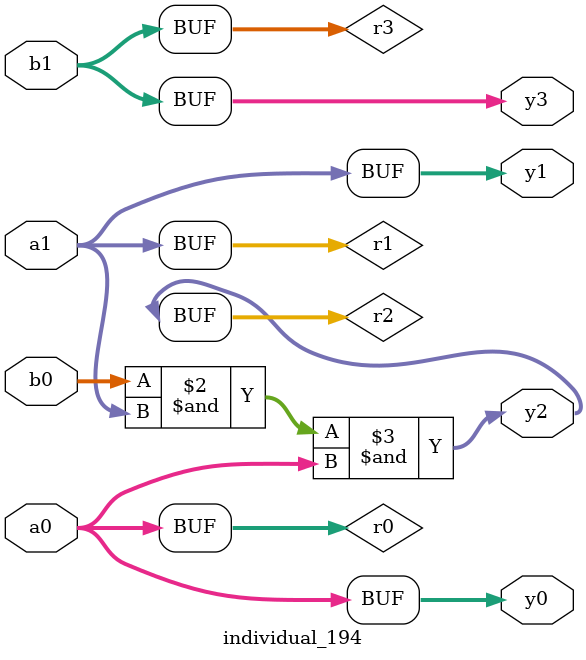
<source format=sv>
module individual_194(input logic [15:0] a1, input logic [15:0] a0, input logic [15:0] b1, input logic [15:0] b0, output logic [15:0] y3, output logic [15:0] y2, output logic [15:0] y1, output logic [15:0] y0);
logic [15:0] r0, r1, r2, r3; 
 always@(*) begin 
	 r0 = a0; r1 = a1; r2 = b0; r3 = b1; 
 	 r2  &=  r1 ;
 	 r2  &=  a0 ;
 	 y3 = r3; y2 = r2; y1 = r1; y0 = r0; 
end
endmodule
</source>
